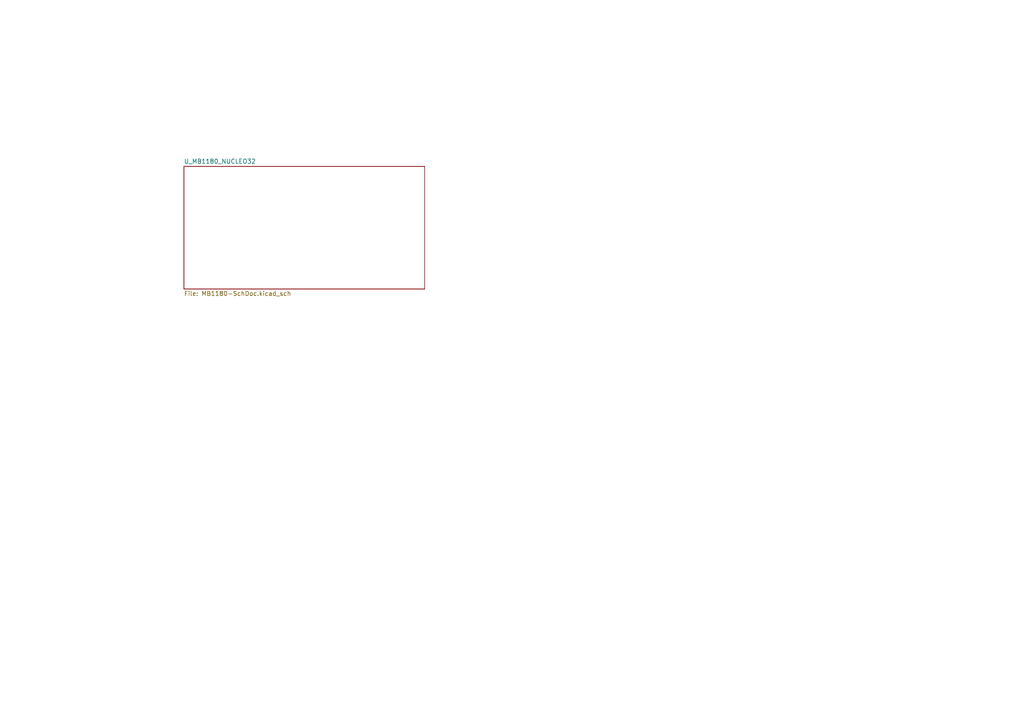
<source format=kicad_sch>
(kicad_sch (version 20230121) (generator eeschema)
  (paper "A4")
  (lib_symbols)
  (sheet (at 53.34 48.26) (size 69.85 35.56) (stroke (width 0.1524))
    (property "Sheetname" "U_MB1180_NUCLEO32" (at 53.34 47.5484 0) (effects (justify left bottom)))
    (property "Sheetfile" "MB1180-SchDoc.kicad_sch" (at 53.34 84.4046 0) (effects (justify left top)))
  )
)
</source>
